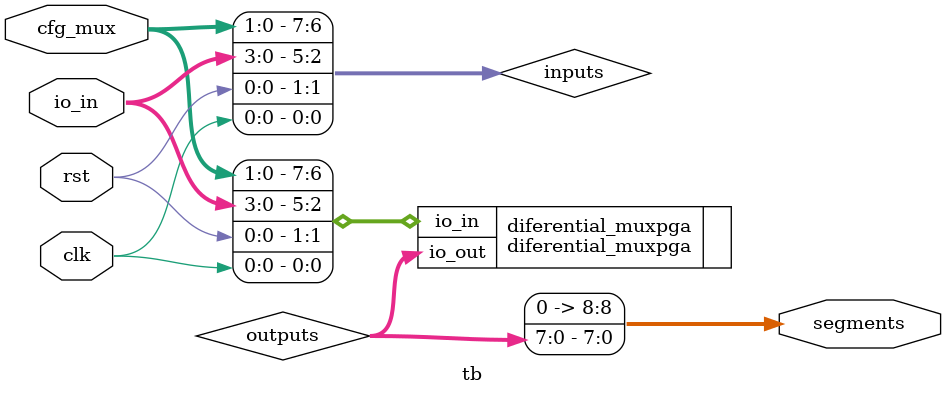
<source format=v>
`default_nettype none
`timescale 1ns/1ps

/*
this testbench just instantiates the module and makes some convenient wires
that can be driven / tested by the cocotb test.py
*/

module tb (
    // testbench is controlled by test.py
    input        clk,
    input        rst,
    input [3:0]  io_in,
    input [1:0]  cfg_mux,
    output [8:0] segments
   );

    // this part dumps the trace to a vcd file that can be viewed with GTKWave
    initial begin
        $dumpfile ("tb.vcd");
        $dumpvars (0, tb);
        #1;
    end

    // wire up the inputs and outputs
    wire [7:0] inputs = {cfg_mux, io_in, rst, clk};
    wire [7:0] outputs;
    assign segments = outputs[7:0];

    // instantiate the DUT
    diferential_muxpga diferential_muxpga(
        `ifdef GL_TEST
            .vccd1( 1'b1),
            .vssd1( 1'b0),
        `endif
        .io_in  (inputs),
        .io_out (outputs)
        );

endmodule

</source>
